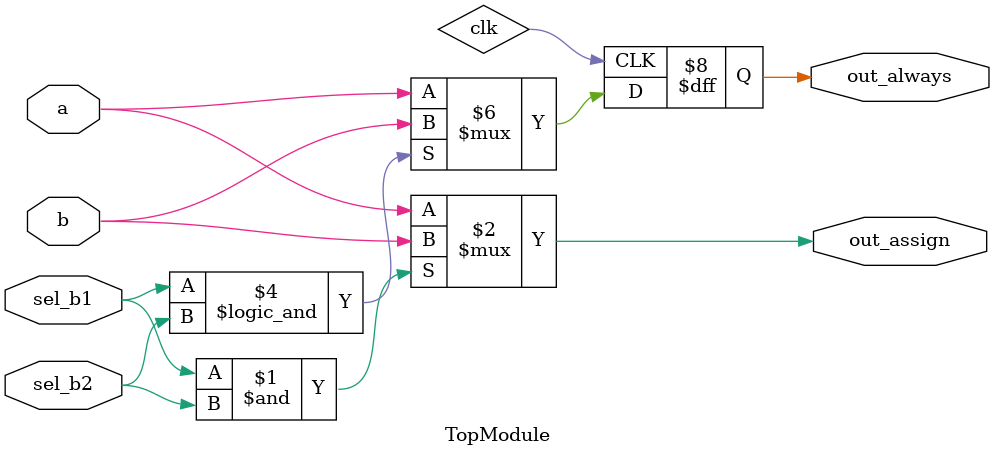
<source format=sv>

module TopModule (
  input a,
  input b,
  input sel_b1,
  input sel_b2,
  output out_assign,
  output reg out_always
);

// MUX using assign statement
assign out_assign = (sel_b1 & sel_b2) ? b : a;

// MUX using procedural if statement
always @(posedge clk) begin
  if (sel_b1 && sel_b2) begin
    out_always <= b;
  end else begin
    out_always <= a;
  end
end

endmodule

// VERILOG-EVAL: errant inclusion of module definition

</source>
